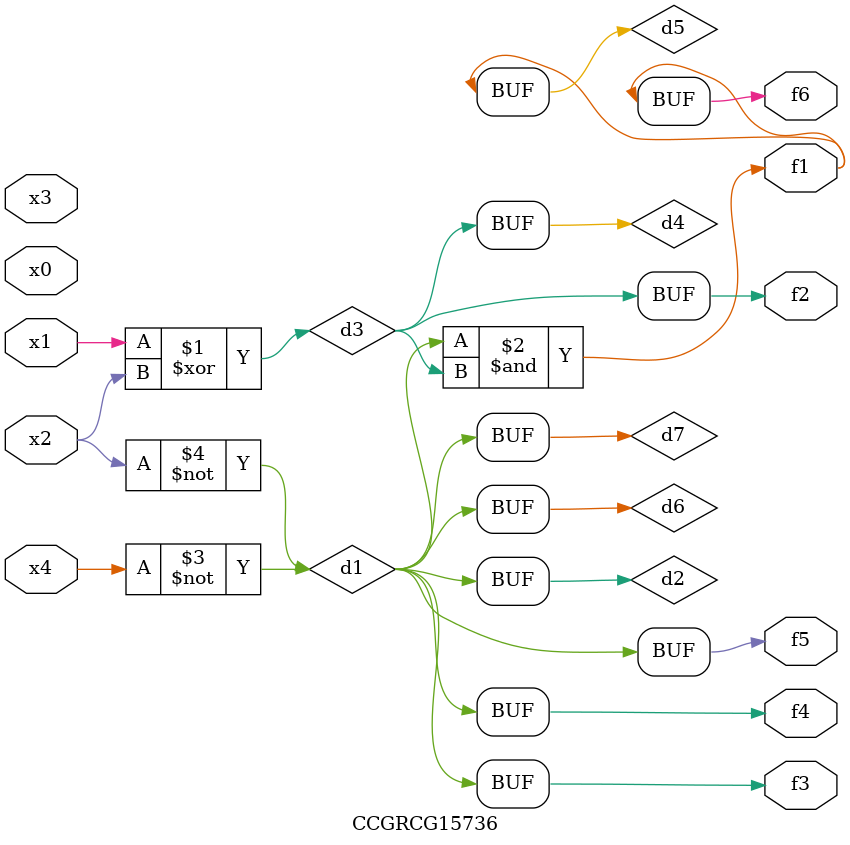
<source format=v>
module CCGRCG15736(
	input x0, x1, x2, x3, x4,
	output f1, f2, f3, f4, f5, f6
);

	wire d1, d2, d3, d4, d5, d6, d7;

	not (d1, x4);
	not (d2, x2);
	xor (d3, x1, x2);
	buf (d4, d3);
	and (d5, d1, d3);
	buf (d6, d1, d2);
	buf (d7, d2);
	assign f1 = d5;
	assign f2 = d4;
	assign f3 = d7;
	assign f4 = d7;
	assign f5 = d7;
	assign f6 = d5;
endmodule

</source>
